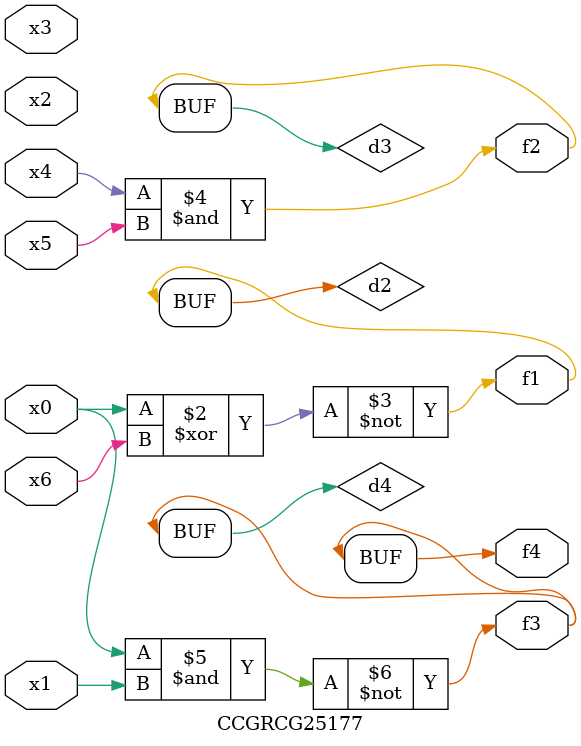
<source format=v>
module CCGRCG25177(
	input x0, x1, x2, x3, x4, x5, x6,
	output f1, f2, f3, f4
);

	wire d1, d2, d3, d4;

	nor (d1, x0);
	xnor (d2, x0, x6);
	and (d3, x4, x5);
	nand (d4, x0, x1);
	assign f1 = d2;
	assign f2 = d3;
	assign f3 = d4;
	assign f4 = d4;
endmodule

</source>
